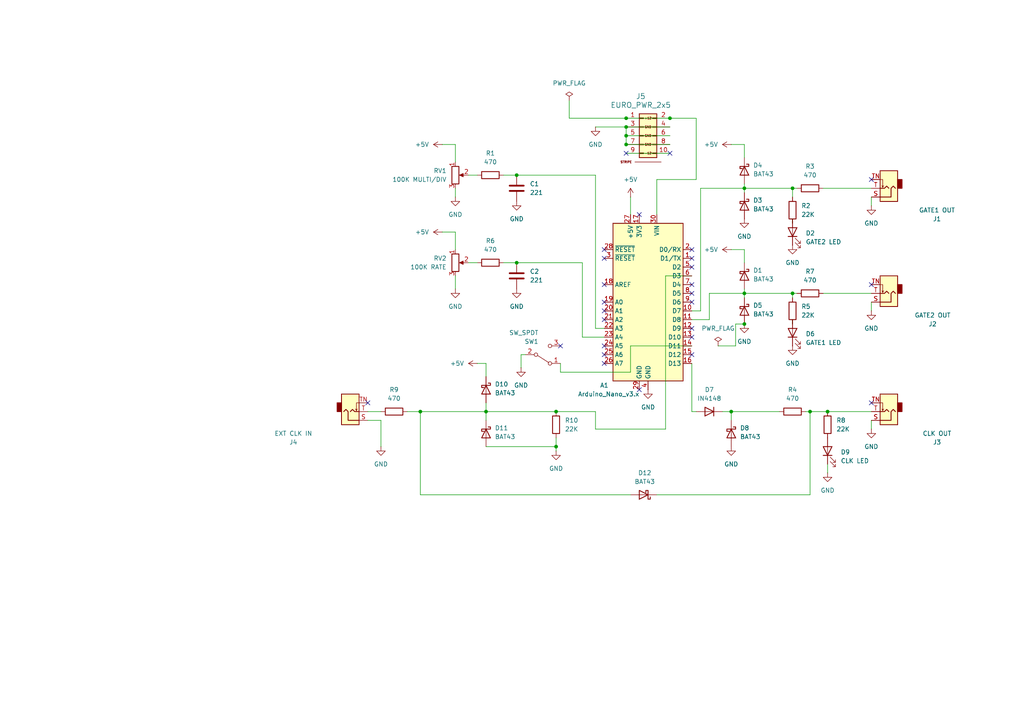
<source format=kicad_sch>
(kicad_sch (version 20231120) (generator "eeschema") (generator_version "8.0")
  (paper "A4")
  (title_block (title "Time Management"))
  (lib_symbols
    (symbol "Connector_Audio:AudioJack2_SwitchT"
      (property "Reference" "J" (at 0 8.89 0))
      (property "Value" "AudioJack2_SwitchT" (at 0 6.35 0))
      (symbol "AudioJack2_SwitchT_0_1"
        (rectangle (start -2.54 0) (end -3.81 -2.54) (stroke (width 0.254)) (fill (type outline)))
        (polyline (pts (xy 1.778 -0.254) (xy 2.032 -0.762)))
        (polyline (pts (xy 0 0) (xy 0.635 -0.635) (xy 1.27 0) (xy 2.54 0)) (stroke (width 0.254)))
        (polyline (pts (xy 2.54 -2.54) (xy 1.778 -2.54) (xy 1.778 -0.254) (xy 1.524 -0.762)))
        (polyline (pts (xy 2.54 2.54) (xy -0.635 2.54) (xy -0.635 0) (xy -1.27 -0.635) (xy -1.905 0)) (stroke (width 0.254)))
        (rectangle (start 2.54 3.81) (end -2.54 -5.08) (stroke (width 0.254)) (fill (type background)))
      )
      (symbol "AudioJack2_SwitchT_1_1"
        (pin passive line (at 5.08 2.54 180) (length 2.54) (name "~") (number "S"))
        (pin passive line (at 5.08 0 180) (length 2.54) (name "~") (number "T"))
        (pin passive line (at 5.08 -2.54 180) (length 2.54) (name "~") (number "TN"))
      )
    )
    (symbol "Device:C" (pin_numbers hide) (pin_names (offset 0.254))
      (property "Reference" "C" (at 0.635 2.54 0))
      (property "Value" "C" (at 0.635 -2.54 0))
      (symbol "C_0_1"
        (polyline (pts (xy -2.032 -0.762) (xy 2.032 -0.762)) (stroke (width 0.508)))
        (polyline (pts (xy -2.032 0.762) (xy 2.032 0.762)) (stroke (width 0.508)))
      )
      (symbol "C_1_1"
        (pin passive line (at 0 3.81 270) (length 2.794) (name "~") (number "1"))
        (pin passive line (at 0 -3.81 90) (length 2.794) (name "~") (number "2"))
      )
    )
    (symbol "Device:D" (pin_numbers hide) (pin_names (offset 1.016) hide)
      (property "Reference" "D" (at 0 2.54 0))
      (property "Value" "D" (at 0 -2.54 0))
      (symbol "D_0_1"
        (polyline (pts (xy -1.27 1.27) (xy -1.27 -1.27)) (stroke (width 0.254)))
        (polyline (pts (xy 1.27 0) (xy -1.27 0)))
        (polyline (pts (xy 1.27 1.27) (xy 1.27 -1.27) (xy -1.27 0) (xy 1.27 1.27)) (stroke (width 0.254)))
      )
      (symbol "D_1_1"
        (pin passive line (at -3.81 0 0) (length 2.54) (name "K") (number "1"))
        (pin passive line (at 3.81 0 180) (length 2.54) (name "A") (number "2"))
      )
    )
    (symbol "Device:LED" (pin_numbers hide) (pin_names (offset 1.016) hide)
      (property "Reference" "D" (at 0 2.54 0))
      (property "Value" "LED" (at 0 -2.54 0))
      (symbol "LED_0_1"
        (polyline (pts (xy -1.27 -1.27) (xy -1.27 1.27)) (stroke (width 0.254)))
        (polyline (pts (xy -1.27 0) (xy 1.27 0)))
        (polyline (pts (xy 1.27 -1.27) (xy 1.27 1.27) (xy -1.27 0) (xy 1.27 -1.27)) (stroke (width 0.254)))
        (polyline (pts (xy -3.048 -0.762) (xy -4.572 -2.286) (xy -3.81 -2.286) (xy -4.572 -2.286) (xy -4.572 -1.524)))
        (polyline (pts (xy -1.778 -0.762) (xy -3.302 -2.286) (xy -2.54 -2.286) (xy -3.302 -2.286) (xy -3.302 -1.524)))
      )
      (symbol "LED_1_1"
        (pin passive line (at -3.81 0 0) (length 2.54) (name "K") (number "1"))
        (pin passive line (at 3.81 0 180) (length 2.54) (name "A") (number "2"))
      )
    )
    (symbol "Device:R" (pin_numbers hide) (pin_names (offset 0))
      (property "Reference" "R" (at 2.032 0 90))
      (property "Value" "R" (at 0 0 90))
      (symbol "R_0_1"
        (rectangle (start -1.016 -2.54) (end 1.016 2.54) (stroke (width 0.254)))
      )
      (symbol "R_1_1"
        (pin passive line (at 0 3.81 270) (length 1.27) (name "~") (number "1"))
        (pin passive line (at 0 -3.81 90) (length 1.27) (name "~") (number "2"))
      )
    )
    (symbol "Device:R_Potentiometer" (pin_names (offset 1.016) hide)
      (property "Reference" "RV" (at -4.445 0 90))
      (property "Value" "R_Potentiometer" (at -2.54 0 90))
      (symbol "R_Potentiometer_0_1"
        (polyline (pts (xy 2.54 0) (xy 1.524 0)))
        (polyline (pts (xy 1.143 0) (xy 2.286 0.508) (xy 2.286 -0.508) (xy 1.143 0)) (fill (type outline)))
        (rectangle (start 1.016 2.54) (end -1.016 -2.54) (stroke (width 0.254)))
      )
      (symbol "R_Potentiometer_1_1"
        (pin passive line (at 0 3.81 270) (length 1.27) (name "1") (number "1"))
        (pin passive line (at 3.81 0 180) (length 1.27) (name "2") (number "2"))
        (pin passive line (at 0 -3.81 90) (length 1.27) (name "3") (number "3"))
      )
    )
    (symbol "Diode:BAT43" (pin_numbers hide) (pin_names (offset 1.016) hide)
      (property "Reference" "D" (at 0 2.54 0))
      (property "Value" "BAT43" (at 0 -2.54 0))
      (symbol "BAT43_0_1"
        (polyline (pts (xy 1.27 0) (xy -1.27 0)))
        (polyline (pts (xy 1.27 1.27) (xy 1.27 -1.27) (xy -1.27 0) (xy 1.27 1.27)) (stroke (width 0.254)))
        (polyline (pts (xy -1.905 0.635) (xy -1.905 1.27) (xy -1.27 1.27) (xy -1.27 -1.27) (xy -0.635 -1.27) (xy -0.635 -0.635)) (stroke (width 0.254)))
      )
      (symbol "BAT43_1_1"
        (pin passive line (at -3.81 0 0) (length 2.54) (name "K") (number "1"))
        (pin passive line (at 3.81 0 180) (length 2.54) (name "A") (number "2"))
      )
    )
    (symbol "GND_1" (power) (pin_numbers hide) (pin_names (offset 0) hide)
      (property "Value" "GND" (at 0 -3.81 0))
      (symbol "GND_1_0_1"
        (polyline (pts (xy 0 0) (xy 0 -1.27) (xy 1.27 -1.27) (xy 0 -2.54) (xy -1.27 -1.27) (xy 0 -1.27)))
      )
      (symbol "GND_1_1_1"
        (pin power_in line (at 0 0 270) (length 0) (name "~") (number "1"))
      )
    )
    (symbol "GND_2" (power) (pin_numbers hide) (pin_names (offset 0) hide)
      (property "Value" "GND" (at 0 -3.81 0))
      (symbol "GND_2_0_1"
        (polyline (pts (xy 0 0) (xy 0 -1.27) (xy 1.27 -1.27) (xy 0 -2.54) (xy -1.27 -1.27) (xy 0 -1.27)))
      )
      (symbol "GND_2_1_1"
        (pin power_in line (at 0 0 270) (length 0) (name "~") (number "1"))
      )
    )
    (symbol "MCU_Module:Arduino_Nano_v3.x"
      (property "Reference" "A" (at -10.16 23.495 0))
      (property "Value" "Arduino_Nano_v3.x" (at 5.08 -24.13 0))
      (symbol "Arduino_Nano_v3.x_0_1"
        (rectangle (start -10.16 22.86) (end 10.16 -22.86) (stroke (width 0.254)) (fill (type background)))
      )
      (symbol "Arduino_Nano_v3.x_1_1"
        (pin bidirectional line (at -12.7 12.7 0) (length 2.54) (name "D1/TX") (number "1"))
        (pin bidirectional line (at -12.7 -2.54 0) (length 2.54) (name "D7") (number "10"))
        (pin bidirectional line (at -12.7 -5.08 0) (length 2.54) (name "D8") (number "11"))
        (pin bidirectional line (at -12.7 -7.62 0) (length 2.54) (name "D9") (number "12"))
        (pin bidirectional line (at -12.7 -10.16 0) (length 2.54) (name "D10") (number "13"))
        (pin bidirectional line (at -12.7 -12.7 0) (length 2.54) (name "D11") (number "14"))
        (pin bidirectional line (at -12.7 -15.24 0) (length 2.54) (name "D12") (number "15"))
        (pin bidirectional line (at -12.7 -17.78 0) (length 2.54) (name "D13") (number "16"))
        (pin power_out line (at 2.54 25.4 270) (length 2.54) (name "3V3") (number "17"))
        (pin input line (at 12.7 5.08 180) (length 2.54) (name "AREF") (number "18"))
        (pin bidirectional line (at 12.7 0 180) (length 2.54) (name "A0") (number "19"))
        (pin bidirectional line (at -12.7 15.24 0) (length 2.54) (name "D0/RX") (number "2"))
        (pin bidirectional line (at 12.7 -2.54 180) (length 2.54) (name "A1") (number "20"))
        (pin bidirectional line (at 12.7 -5.08 180) (length 2.54) (name "A2") (number "21"))
        (pin bidirectional line (at 12.7 -7.62 180) (length 2.54) (name "A3") (number "22"))
        (pin bidirectional line (at 12.7 -10.16 180) (length 2.54) (name "A4") (number "23"))
        (pin bidirectional line (at 12.7 -12.7 180) (length 2.54) (name "A5") (number "24"))
        (pin bidirectional line (at 12.7 -15.24 180) (length 2.54) (name "A6") (number "25"))
        (pin bidirectional line (at 12.7 -17.78 180) (length 2.54) (name "A7") (number "26"))
        (pin power_out line (at 5.08 25.4 270) (length 2.54) (name "+5V") (number "27"))
        (pin input line (at 12.7 15.24 180) (length 2.54) (name "~{RESET}") (number "28"))
        (pin power_in line (at 2.54 -25.4 90) (length 2.54) (name "GND") (number "29"))
        (pin input line (at 12.7 12.7 180) (length 2.54) (name "~{RESET}") (number "3"))
        (pin power_in line (at -2.54 25.4 270) (length 2.54) (name "VIN") (number "30"))
        (pin power_in line (at 0 -25.4 90) (length 2.54) (name "GND") (number "4"))
        (pin bidirectional line (at -12.7 10.16 0) (length 2.54) (name "D2") (number "5"))
        (pin bidirectional line (at -12.7 7.62 0) (length 2.54) (name "D3") (number "6"))
        (pin bidirectional line (at -12.7 5.08 0) (length 2.54) (name "D4") (number "7"))
        (pin bidirectional line (at -12.7 2.54 0) (length 2.54) (name "D5") (number "8"))
        (pin bidirectional line (at -12.7 0 0) (length 2.54) (name "D6") (number "9"))
      )
    )
    (symbol "PCM_4ms_Connector:Eurorack_Power_10pin_Unshrouded" (pin_names (offset 0.0254) hide)
      (property "Reference" "J" (at 0 3.81 0))
      (property "Value" "Eurorack_Power_10pin_Unshrouded" (at 0 6.35 0))
      (symbol "Eurorack_Power_10pin_Unshrouded_0_0"
        (text "+12" (at 0 1.27 0) (effects (font (size 0.635 0.635))))
        (text "-12" (at 0 -8.89 0) (effects (font (size 0.635 0.635))))
        (text "GND" (at 0 -6.35 0) (effects (font (size 0.635 0.635))))
        (text "GND" (at 0 -3.81 0) (effects (font (size 0.635 0.635))))
        (text "GND" (at 0 -1.27 0) (effects (font (size 0.635 0.635))))
        (text "STRIPE" (at -6.35 -11.43 0) (effects (font (size 0.635 0.635))))
      )
      (symbol "Eurorack_Power_10pin_Unshrouded_0_1"
        (rectangle (start -2.54 -10.16) (end 2.54 2.54) (stroke (width 0.254)) (fill (type background)))
        (rectangle (start -2.54 -8.763) (end -1.27 -9.017))
        (rectangle (start -2.54 -6.223) (end -1.27 -6.477))
        (rectangle (start -2.54 -3.683) (end -1.27 -3.937))
        (rectangle (start -2.54 -1.143) (end -1.27 -1.397))
        (rectangle (start -2.54 1.397) (end -1.27 1.143))
        (polyline (pts (xy -3.81 -11.43) (xy 3.81 -11.43) (xy 1.27 -11.43)))
        (rectangle (start 1.27 -8.763) (end 2.54 -9.017))
        (rectangle (start 1.27 -6.223) (end 2.54 -6.477))
        (rectangle (start 1.27 -3.683) (end 2.54 -3.937))
        (rectangle (start 1.27 -1.143) (end 2.54 -1.397))
        (rectangle (start 1.27 1.397) (end 2.54 1.143))
      )
      (symbol "Eurorack_Power_10pin_Unshrouded_1_1"
        (pin passive line (at -6.35 1.27 0) (length 3.81) (name "+12V") (number "1"))
        (pin passive line (at 6.35 -8.89 180) (length 3.81) (name "-12V") (number "10"))
        (pin passive line (at 6.35 1.27 180) (length 3.81) (name "+12V") (number "2"))
        (pin passive line (at -6.35 -1.27 0) (length 3.81) (name "GND") (number "3"))
        (pin passive line (at 6.35 -1.27 180) (length 3.81) (name "GND") (number "4"))
        (pin passive line (at -6.35 -3.81 0) (length 3.81) (name "GND") (number "5"))
        (pin passive line (at 6.35 -3.81 180) (length 3.81) (name "GND") (number "6"))
        (pin passive line (at -6.35 -6.35 0) (length 3.81) (name "GND") (number "7"))
        (pin passive line (at 6.35 -6.35 180) (length 3.81) (name "GND") (number "8"))
        (pin passive line (at -6.35 -8.89 0) (length 3.81) (name "-12V") (number "9"))
      )
    )
    (symbol "Switch:SW_SPDT" (pin_names (offset 0) hide)
      (property "Reference" "SW1" (at -1.27 -3.81 0))
      (property "Value" "SW_SPDT (Internal Pullup)" (at -1.27 -6.35 0))
      (symbol "SW_SPDT_0_0"
        (circle (center -2.032 0) (radius 0.508))
        (circle (center 2.032 -2.54) (radius 0.508))
      )
      (symbol "SW_SPDT_0_1"
        (polyline (pts (xy -1.524 0.254) (xy 1.651 2.286)))
        (circle (center 2.032 2.54) (radius 0.508))
      )
      (symbol "SW_SPDT_1_1"
        (pin passive line (at 5.08 2.54 180) (length 2.54) (name "A") (number "1"))
        (pin passive line (at -5.08 0 0) (length 2.54) (name "B") (number "2"))
        (pin passive line (at 5.08 -2.54 180) (length 2.54) (name "C") (number "3"))
      )
    )
    (symbol "power:+5V" (power) (pin_numbers hide) (pin_names (offset 0) hide)
      (property "Value" "+5V" (at 0 3.556 0))
      (symbol "+5V_0_1"
        (polyline (pts (xy -0.762 1.27) (xy 0 2.54)))
        (polyline (pts (xy 0 0) (xy 0 2.54)))
        (polyline (pts (xy 0 2.54) (xy 0.762 1.27)))
      )
      (symbol "+5V_1_1"
        (pin power_in line (at 0 0 90) (length 0) (name "~") (number "1"))
      )
    )
    (symbol "power:PWR_FLAG" (power) (pin_numbers hide) (pin_names (offset 0) hide)
      (property "Value" "PWR_FLAG" (at 0 3.81 0))
      (symbol "PWR_FLAG_0_0"
        (pin power_out line (at 0 0 90) (length 0) (name "~") (number "1"))
      )
      (symbol "PWR_FLAG_0_1"
        (polyline (pts (xy 0 0) (xy 0 1.27) (xy -1.016 1.905) (xy 0 2.54) (xy 1.016 1.905) (xy 0 1.27)))
      )
    )
  )
  (junction (at 229.87 54.61))
  (junction (at 161.29 119.38))
  (junction (at 215.9 85.09))
  (junction (at 181.61 39.37))
  (junction (at 181.61 34.29))
  (junction (at 229.87 85.09))
  (junction (at 181.61 36.83))
  (junction (at 215.9 54.61))
  (junction (at 234.95 119.38))
  (junction (at 121.92 119.38))
  (junction (at 181.61 41.91))
  (junction (at 149.86 76.2))
  (junction (at 215.9 93.98))
  (junction (at 161.29 129.54))
  (junction (at 140.97 119.38))
  (junction (at 194.31 34.29))
  (junction (at 212.09 119.38))
  (junction (at 240.03 119.38))
  (junction (at 149.86 50.8))
  (no_connect (at 185.42 62.23))
  (no_connect (at 162.56 100.33))
  (no_connect (at 252.73 82.55))
  (no_connect (at 175.26 100.33))
  (no_connect (at 175.26 90.17))
  (no_connect (at 200.66 85.09))
  (no_connect (at 252.73 116.84))
  (no_connect (at 175.26 92.71))
  (no_connect (at 175.26 74.93))
  (no_connect (at 200.66 87.63))
  (no_connect (at 175.26 72.39))
  (no_connect (at 200.66 97.79))
  (no_connect (at 200.66 77.47))
  (no_connect (at 175.26 102.87))
  (no_connect (at 106.68 116.84))
  (no_connect (at 200.66 102.87))
  (no_connect (at 175.26 87.63))
  (no_connect (at 200.66 74.93))
  (no_connect (at 175.26 105.41))
  (no_connect (at 194.31 44.45))
  (no_connect (at 252.73 52.07))
  (no_connect (at 175.26 82.55))
  (no_connect (at 181.61 44.45))
  (no_connect (at 185.42 113.03))
  (no_connect (at 200.66 82.55))
  (no_connect (at 200.66 72.39))
  (no_connect (at 200.66 95.25))
  (wire (pts (xy 146.05 50.8) (xy 149.86 50.8)))
  (wire (pts (xy 121.92 143.51) (xy 182.88 143.51)))
  (wire (pts (xy 252.73 121.92) (xy 252.73 124.46)))
  (wire (pts (xy 149.86 76.2) (xy 168.91 76.2)))
  (wire (pts (xy 118.11 119.38) (xy 121.92 119.38)))
  (wire (pts (xy 229.87 54.61) (xy 229.87 57.15)))
  (wire (pts (xy 182.88 57.15) (xy 182.88 62.23)))
  (wire (pts (xy 213.36 93.98) (xy 215.9 93.98)))
  (wire (pts (xy 165.1 29.21) (xy 165.1 34.29)))
  (wire (pts (xy 240.03 119.38) (xy 252.73 119.38)))
  (wire (pts (xy 135.89 50.8) (xy 138.43 50.8)))
  (wire (pts (xy 140.97 105.41) (xy 140.97 109.22)))
  (wire (pts (xy 215.9 85.09) (xy 229.87 85.09)))
  (wire (pts (xy 193.04 80.01) (xy 200.66 80.01)))
  (wire (pts (xy 205.74 85.09) (xy 205.74 92.71)))
  (wire (pts (xy 212.09 119.38) (xy 212.09 121.92)))
  (wire (pts (xy 252.73 87.63) (xy 252.73 90.17)))
  (wire (pts (xy 172.72 95.25) (xy 175.26 95.25)))
  (wire (pts (xy 162.56 107.95) (xy 182.88 107.95)))
  (wire (pts (xy 181.61 41.91) (xy 194.31 41.91)))
  (wire (pts (xy 194.31 34.29) (xy 201.93 34.29)))
  (wire (pts (xy 215.9 72.39) (xy 215.9 76.2)))
  (wire (pts (xy 229.87 85.09) (xy 229.87 86.36)))
  (wire (pts (xy 146.05 76.2) (xy 149.86 76.2)))
  (wire (pts (xy 215.9 85.09) (xy 205.74 85.09)))
  (wire (pts (xy 161.29 119.38) (xy 172.72 119.38)))
  (wire (pts (xy 229.87 85.09) (xy 231.14 85.09)))
  (wire (pts (xy 201.93 34.29) (xy 201.93 52.07)))
  (wire (pts (xy 212.09 41.91) (xy 215.9 41.91)))
  (wire (pts (xy 106.68 121.92) (xy 110.49 121.92)))
  (wire (pts (xy 140.97 119.38) (xy 161.29 119.38)))
  (wire (pts (xy 132.08 57.15) (xy 132.08 54.61)))
  (wire (pts (xy 151.13 106.68) (xy 151.13 102.87)))
  (wire (pts (xy 215.9 54.61) (xy 229.87 54.61)))
  (wire (pts (xy 182.88 107.95) (xy 182.88 100.33)))
  (wire (pts (xy 229.87 93.98) (xy 229.87 92.71)))
  (wire (pts (xy 172.72 119.38) (xy 172.72 124.46)))
  (wire (pts (xy 161.29 130.81) (xy 161.29 129.54)))
  (wire (pts (xy 172.72 36.83) (xy 181.61 36.83)))
  (wire (pts (xy 234.95 143.51) (xy 234.95 119.38)))
  (wire (pts (xy 132.08 80.01) (xy 132.08 83.82)))
  (wire (pts (xy 181.61 36.83) (xy 194.31 36.83)))
  (wire (pts (xy 215.9 83.82) (xy 215.9 85.09)))
  (wire (pts (xy 132.08 41.91) (xy 132.08 46.99)))
  (wire (pts (xy 203.2 54.61) (xy 203.2 90.17)))
  (wire (pts (xy 121.92 119.38) (xy 140.97 119.38)))
  (wire (pts (xy 165.1 34.29) (xy 181.61 34.29)))
  (wire (pts (xy 135.89 76.2) (xy 138.43 76.2)))
  (wire (pts (xy 201.93 52.07) (xy 190.5 52.07)))
  (wire (pts (xy 110.49 121.92) (xy 110.49 129.54)))
  (wire (pts (xy 161.29 129.54) (xy 161.29 127)))
  (wire (pts (xy 208.28 100.33) (xy 213.36 100.33)))
  (wire (pts (xy 140.97 116.84) (xy 140.97 119.38)))
  (wire (pts (xy 215.9 55.88) (xy 215.9 54.61)))
  (wire (pts (xy 140.97 129.54) (xy 161.29 129.54)))
  (wire (pts (xy 140.97 119.38) (xy 140.97 121.92)))
  (wire (pts (xy 238.76 54.61) (xy 252.73 54.61)))
  (wire (pts (xy 138.43 105.41) (xy 140.97 105.41)))
  (wire (pts (xy 181.61 39.37) (xy 194.31 39.37)))
  (wire (pts (xy 181.61 44.45) (xy 194.31 44.45)))
  (wire (pts (xy 238.76 85.09) (xy 252.73 85.09)))
  (wire (pts (xy 128.27 41.91) (xy 132.08 41.91)))
  (wire (pts (xy 132.08 67.31) (xy 132.08 72.39)))
  (wire (pts (xy 212.09 119.38) (xy 226.06 119.38)))
  (wire (pts (xy 233.68 119.38) (xy 234.95 119.38)))
  (wire (pts (xy 200.66 119.38) (xy 201.93 119.38)))
  (wire (pts (xy 200.66 90.17) (xy 203.2 90.17)))
  (wire (pts (xy 181.61 39.37) (xy 181.61 41.91)))
  (wire (pts (xy 172.72 124.46) (xy 193.04 124.46)))
  (wire (pts (xy 190.5 52.07) (xy 190.5 62.23)))
  (wire (pts (xy 172.72 50.8) (xy 172.72 95.25)))
  (wire (pts (xy 212.09 72.39) (xy 215.9 72.39)))
  (wire (pts (xy 200.66 105.41) (xy 200.66 119.38)))
  (wire (pts (xy 168.91 76.2) (xy 168.91 97.79)))
  (wire (pts (xy 215.9 86.36) (xy 215.9 85.09)))
  (wire (pts (xy 182.88 100.33) (xy 200.66 100.33)))
  (wire (pts (xy 234.95 119.38) (xy 240.03 119.38)))
  (wire (pts (xy 200.66 92.71) (xy 205.74 92.71)))
  (wire (pts (xy 149.86 50.8) (xy 172.72 50.8)))
  (wire (pts (xy 229.87 54.61) (xy 231.14 54.61)))
  (wire (pts (xy 151.13 102.87) (xy 152.4 102.87)))
  (wire (pts (xy 215.9 41.91) (xy 215.9 45.72)))
  (wire (pts (xy 193.04 124.46) (xy 193.04 80.01)))
  (wire (pts (xy 121.92 119.38) (xy 121.92 143.51)))
  (wire (pts (xy 128.27 67.31) (xy 132.08 67.31)))
  (wire (pts (xy 213.36 100.33) (xy 213.36 93.98)))
  (wire (pts (xy 240.03 137.16) (xy 240.03 134.62)))
  (wire (pts (xy 215.9 53.34) (xy 215.9 54.61)))
  (wire (pts (xy 215.9 54.61) (xy 203.2 54.61)))
  (wire (pts (xy 106.68 119.38) (xy 110.49 119.38)))
  (wire (pts (xy 181.61 36.83) (xy 181.61 39.37)))
  (wire (pts (xy 168.91 97.79) (xy 175.26 97.79)))
  (wire (pts (xy 162.56 105.41) (xy 162.56 107.95)))
  (wire (pts (xy 229.87 64.77) (xy 229.87 63.5)))
  (wire (pts (xy 252.73 57.15) (xy 252.73 59.69)))
  (wire (pts (xy 181.61 34.29) (xy 194.31 34.29)))
  (wire (pts (xy 190.5 143.51) (xy 234.95 143.51)))
  (wire (pts (xy 209.55 119.38) (xy 212.09 119.38)))
  (symbol (lib_id "MCU_Module:Arduino_Nano_v3.x") (at 187.96 87.63 0) (mirror y) (unit 1)
    (property "Reference" "A1" (at 176.53 111.76 0) (effects (justify left)))
    (property "Value" "Arduino_Nano_v3.x" (at 176.53 114.3 0))
    (property "Footprint" "Module:Arduino_Nano" (effects (hide yes)))
    (property "Datasheet" "http://www.mouser.com/pdfdocs/Gravitech_Arduino_Nano3_0.pdf" (effects (hide yes)))
  )
  (symbol (lib_name "GND_1") (lib_id "power:GND") (at 187.96 113.03 0) (unit 1)
    (property "Reference" "#PWR07" (effects (hide yes)))
    (property "Value" "GND" (at 187.96 118.11 0))
    (property "Description" "Power symbol creates a global label with name \"GND\" , ground" (effects (hide yes)))
  )
  (symbol (lib_name "GND_2") (lib_id "power:GND") (at 215.9 93.98 0) (unit 1)
    (property "Reference" "#PWR03" (effects (hide yes)))
    (property "Value" "GND" (at 215.9 99.06 0))
    (property "Description" "Power symbol creates a global label with name \"GND\" , ground" (effects (hide yes)))
  )
  (symbol (lib_id "Connector_Audio:AudioJack2_SwitchT") (at 257.81 119.38 180) (unit 1)
    (property "Reference" "J3" (at 271.78 128.27 0))
    (property "Value" "CLK OUT" (at 271.78 125.73 0))
    (property "Footprint" "Library:EighthInch_PJ398SM_T_TN_S" (effects (hide yes)))
  )
  (symbol (lib_name "GND_1") (lib_id "power:GND") (at 229.87 100.33 0) (unit 1)
    (property "Reference" "#PWR016" (effects (hide yes)))
    (property "Value" "GND" (at 229.87 105.41 0))
    (property "Description" "Power symbol creates a global label with name \"GND\" , ground" (effects (hide yes)))
  )
  (symbol (lib_name "GND_2") (lib_id "power:GND") (at 172.72 36.83 0) (unit 1)
    (property "Reference" "#PWR01" (effects (hide yes)))
    (property "Value" "GND" (at 172.72 41.91 0))
    (property "Description" "Power symbol creates a global label with name \"GND\" , ground" (effects (hide yes)))
  )
  (symbol (lib_id "Diode:BAT43") (at 215.9 49.53 270) (unit 1)
    (property "Reference" "D4" (at 218.44 47.9425 90) (effects (justify left)))
    (property "Value" "BAT43" (at 218.44 50.4825 90) (effects (justify left)))
    (property "Footprint" "Diode_THT:D_DO-35_SOD27_P7.62mm_Horizontal" (effects (hide yes)))
    (property "Datasheet" "http://www.vishay.com/docs/85660/bat42.pdf" (effects (hide yes)))
  )
  (symbol (lib_id "Diode:BAT43") (at 215.9 80.01 270) (unit 1)
    (property "Reference" "D1" (at 218.44 78.4225 90) (effects (justify left)))
    (property "Value" "BAT43" (at 218.44 80.9625 90) (effects (justify left)))
    (property "Footprint" "Diode_THT:D_DO-35_SOD27_P7.62mm_Horizontal" (effects (hide yes)))
    (property "Datasheet" "http://www.vishay.com/docs/85660/bat42.pdf" (effects (hide yes)))
  )
  (symbol (lib_name "GND_2") (lib_id "power:GND") (at 215.9 63.5 0) (unit 1)
    (property "Reference" "#PWR02" (effects (hide yes)))
    (property "Value" "GND" (at 215.9 68.58 0))
    (property "Description" "Power symbol creates a global label with name \"GND\" , ground" (effects (hide yes)))
  )
  (symbol (lib_id "Diode:BAT43") (at 215.9 90.17 270) (unit 1)
    (property "Reference" "D5" (at 218.44 88.5825 90) (effects (justify left)))
    (property "Value" "BAT43" (at 218.44 91.1225 90) (effects (justify left)))
    (property "Footprint" "Diode_THT:D_DO-35_SOD27_P7.62mm_Horizontal" (effects (hide yes)))
    (property "Datasheet" "http://www.vishay.com/docs/85660/bat42.pdf" (effects (hide yes)))
  )
  (symbol (lib_name "GND_1") (lib_id "power:GND") (at 151.13 106.68 0) (unit 1)
    (property "Reference" "#PWR09" (effects (hide yes)))
    (property "Value" "GND" (at 151.13 111.76 0))
    (property "Description" "Power symbol creates a global label with name \"GND\" , ground" (effects (hide yes)))
  )
  (symbol (lib_id "Device:R") (at 229.87 119.38 90) (unit 1)
    (property "Reference" "R4" (at 229.87 113.03 90))
    (property "Value" "470" (at 229.87 115.57 90))
    (property "Footprint" "Resistor_THT:R_Axial_DIN0207_L6.3mm_D2.5mm_P7.62mm_Horizontal" (effects (hide yes)))
  )
  (symbol (lib_id "power:+5V") (at 212.09 41.91 90) (unit 1)
    (property "Reference" "#PWR020" (effects (hide yes)))
    (property "Value" "+5V" (at 208.28 41.9099 90) (effects (justify left)))
    (property "Description" "Power symbol creates a global label with name \"+5V\"" (effects (hide yes)))
  )
  (symbol (lib_id "Device:R_Potentiometer") (at 132.08 50.8 0) (unit 1)
    (property "Reference" "RV1" (at 129.54 49.53 0) (effects (justify right)))
    (property "Value" "100K MULTI/DIV" (at 129.54 52.07 0) (effects (justify right)))
    (property "Footprint" "Library:Pot_9mm_DShaft_RemovedPins4_5" (effects (hide yes)))
  )
  (symbol (lib_name "GND_1") (lib_id "power:GND") (at 252.73 59.69 0) (unit 1)
    (property "Reference" "#PWR018" (effects (hide yes)))
    (property "Value" "GND" (at 252.73 64.77 0))
    (property "Description" "Power symbol creates a global label with name \"GND\" , ground" (effects (hide yes)))
  )
  (symbol (lib_id "Connector_Audio:AudioJack2_SwitchT") (at 101.6 119.38 0) (mirror x) (unit 1)
    (property "Reference" "J4" (at 85.09 128.27 0))
    (property "Value" "EXT CLK IN" (at 85.09 125.73 0))
    (property "Footprint" "Library:EighthInch_PJ398SM_T_TN_S" (effects (hide yes)))
  )
  (symbol (lib_id "Device:R_Potentiometer") (at 132.08 76.2 0) (unit 1)
    (property "Reference" "RV2" (at 129.54 74.93 0) (effects (justify right)))
    (property "Value" "100K RATE" (at 129.54 77.47 0) (effects (justify right)))
    (property "Footprint" "Library:Pot_9mm_DShaft_RemovedPins4_5" (effects (hide yes)))
  )
  (symbol (lib_id "Diode:BAT43") (at 140.97 125.73 270) (unit 1)
    (property "Reference" "D11" (at 143.51 124.1425 90) (effects (justify left)))
    (property "Value" "BAT43" (at 143.51 126.6825 90) (effects (justify left)))
    (property "Footprint" "Diode_THT:D_DO-35_SOD27_P7.62mm_Horizontal" (effects (hide yes)))
    (property "Datasheet" "http://www.vishay.com/docs/85660/bat42.pdf" (effects (hide yes)))
  )
  (symbol (lib_id "PCM_4ms_Connector:Eurorack_Power_10pin_Unshrouded") (at 187.96 35.56 0) (unit 1)
    (property "Reference" "J5" (at 185.8533 27.94 0) (effects (font (size 1.524 1.524))))
    (property "Value" "EURO_PWR_2x5" (at 185.8533 30.48 0) (effects (font (size 1.524 1.524))))
    (property "Footprint" "Library:IDC-Header_2x05_P2.54mm_Vertical_Euro_Power_Striped" (effects (hide yes)))
    (property "Description" "HEADER 2x5 MALE PINS 0.100” 180deg" (effects (hide yes)))
    (property "Specifications" "HEADER 2x5 MALE PINS 0.100” 180deg" (effects (hide yes)))
    (property "Manufacturer" "TAD" (effects (hide yes)))
    (property "Part Number" "1-1002FBV0T" (effects (hide yes)))
  )
  (symbol (lib_id "power:+5V") (at 128.27 41.91 90) (unit 1)
    (property "Reference" "#PWR021" (effects (hide yes)))
    (property "Value" "+5V" (at 124.46 41.9099 90) (effects (justify left)))
    (property "Description" "Power symbol creates a global label with name \"+5V\"" (effects (hide yes)))
  )
  (symbol (lib_id "Device:R") (at 240.03 123.19 180) (unit 1)
    (property "Reference" "R8" (at 242.57 121.92 0) (effects (justify right)))
    (property "Value" "22K" (at 242.57 124.46 0) (effects (justify right)))
    (property "Footprint" "Resistor_THT:R_Axial_DIN0207_L6.3mm_D2.5mm_P7.62mm_Horizontal" (effects (hide yes)))
  )
  (symbol (lib_id "Device:LED") (at 240.03 130.81 90) (unit 1)
    (property "Reference" "D9" (at 243.84 131.1274 90) (effects (justify right)))
    (property "Value" "CLK LED" (at 243.84 133.6674 90) (effects (justify right)))
    (property "Footprint" "LED_THT:LED_D5.0mm" (effects (hide yes)))
  )
  (symbol (lib_id "Diode:BAT43") (at 186.69 143.51 180) (unit 1)
    (property "Reference" "D12" (at 187.0075 137.16 0))
    (property "Value" "BAT43" (at 187.0075 139.7 0))
    (property "Footprint" "Diode_THT:D_DO-35_SOD27_P7.62mm_Horizontal" (effects (hide yes)))
    (property "Datasheet" "http://www.vishay.com/docs/85660/bat42.pdf" (effects (hide yes)))
  )
  (symbol (lib_name "GND_1") (lib_id "power:GND") (at 229.87 71.12 0) (unit 1)
    (property "Reference" "#PWR015" (effects (hide yes)))
    (property "Value" "GND" (at 229.87 76.2 0))
    (property "Description" "Power symbol creates a global label with name \"GND\" , ground" (effects (hide yes)))
  )
  (symbol (lib_id "Switch:SW_SPDT") (at 157.48 102.87 0) (mirror x) (unit 1)
    (property "Reference" "SW1" (at 156.21 99.06 0) (effects (justify right)))
    (property "Value" "SW_SPDT" (at 156.21 96.52 0) (effects (justify right)))
    (property "Footprint" "Button_Switch_THT:SW_Slide-03_Wuerth-WS-SLTV_10x2.5x6.4_P2.54mm" (effects (hide yes)))
  )
  (symbol (lib_name "GND_1") (lib_id "power:GND") (at 132.08 83.82 0) (unit 1)
    (property "Reference" "#PWR011" (effects (hide yes)))
    (property "Value" "GND" (at 132.08 88.9 0))
    (property "Description" "Power symbol creates a global label with name \"GND\" , ground" (effects (hide yes)))
  )
  (symbol (lib_name "GND_1") (lib_id "power:GND") (at 240.03 137.16 0) (unit 1)
    (property "Reference" "#PWR08" (effects (hide yes)))
    (property "Value" "GND" (at 240.03 142.24 0))
    (property "Description" "Power symbol creates a global label with name \"GND\" , ground" (effects (hide yes)))
  )
  (symbol (lib_id "power:PWR_FLAG") (at 165.1 29.21 0) (unit 1)
    (property "Reference" "#FLG02" (effects (hide yes)))
    (property "Value" "PWR_FLAG" (at 165.1 24.13 0))
    (property "Description" "Special symbol for telling ERC where power comes from" (effects (hide yes)))
  )
  (symbol (lib_name "GND_1") (lib_id "power:GND") (at 252.73 124.46 0) (unit 1)
    (property "Reference" "#PWR04" (effects (hide yes)))
    (property "Value" "GND" (at 252.73 129.54 0))
    (property "Description" "Power symbol creates a global label with name \"GND\" , ground" (effects (hide yes)))
  )
  (symbol (lib_id "Device:R") (at 114.3 119.38 90) (unit 1)
    (property "Reference" "R9" (at 114.3 113.03 90))
    (property "Value" "470" (at 114.3 115.57 90))
    (property "Footprint" "Resistor_THT:R_Axial_DIN0207_L6.3mm_D2.5mm_P7.62mm_Horizontal" (effects (hide yes)))
  )
  (symbol (lib_name "GND_1") (lib_id "power:GND") (at 110.49 129.54 0) (unit 1)
    (property "Reference" "#PWR010" (effects (hide yes)))
    (property "Value" "GND" (at 110.49 134.62 0))
    (property "Description" "Power symbol creates a global label with name \"GND\" , ground" (effects (hide yes)))
  )
  (symbol (lib_id "Connector_Audio:AudioJack2_SwitchT") (at 257.81 54.61 180) (unit 1)
    (property "Reference" "J1" (at 271.78 63.5 0))
    (property "Value" "GATE1 OUT" (at 271.78 60.96 0))
    (property "Footprint" "Library:EighthInch_PJ398SM_T_TN_S" (effects (hide yes)))
  )
  (symbol (lib_id "Device:D") (at 205.74 119.38 180) (unit 1)
    (property "Reference" "D7" (at 205.74 113.03 0))
    (property "Value" "IN4148" (at 205.74 115.57 0))
    (property "Footprint" "Diode_THT:D_DO-35_SOD27_P7.62mm_Horizontal" (effects (hide yes)))
    (property "Sim.Device" "D" (effects (hide yes)))
    (property "Sim.Pins" "1=K 2=A" (effects (hide yes)))
  )
  (symbol (lib_id "Device:R") (at 229.87 90.17 180) (unit 1)
    (property "Reference" "R5" (at 232.41 88.9 0) (effects (justify right)))
    (property "Value" "22K" (at 232.41 91.44 0) (effects (justify right)))
    (property "Footprint" "Resistor_THT:R_Axial_DIN0207_L6.3mm_D2.5mm_P7.62mm_Horizontal" (effects (hide yes)))
  )
  (symbol (lib_id "Device:R") (at 234.95 85.09 90) (unit 1)
    (property "Reference" "R7" (at 234.95 78.74 90))
    (property "Value" "470" (at 234.95 81.28 90))
    (property "Footprint" "Resistor_THT:R_Axial_DIN0207_L6.3mm_D2.5mm_P7.62mm_Horizontal" (effects (hide yes)))
  )
  (symbol (lib_name "GND_1") (lib_id "power:GND") (at 149.86 58.42 0) (unit 1)
    (property "Reference" "#PWR013" (effects (hide yes)))
    (property "Value" "GND" (at 149.86 63.5 0))
    (property "Description" "Power symbol creates a global label with name \"GND\" , ground" (effects (hide yes)))
  )
  (symbol (lib_id "Device:C") (at 149.86 80.01 0) (unit 1)
    (property "Reference" "C2" (at 153.67 78.7399 0) (effects (justify left)))
    (property "Value" "221" (at 153.67 81.2799 0) (effects (justify left)))
    (property "Footprint" "Capacitor_THT:C_Disc_D3.0mm_W1.6mm_P2.50mm" (effects (hide yes)))
  )
  (symbol (lib_id "Diode:BAT43") (at 215.9 59.69 270) (unit 1)
    (property "Reference" "D3" (at 218.44 58.1025 90) (effects (justify left)))
    (property "Value" "BAT43" (at 218.44 60.6425 90) (effects (justify left)))
    (property "Footprint" "Diode_THT:D_DO-35_SOD27_P7.62mm_Horizontal" (effects (hide yes)))
    (property "Datasheet" "http://www.vishay.com/docs/85660/bat42.pdf" (effects (hide yes)))
  )
  (symbol (lib_name "GND_2") (lib_id "power:GND") (at 212.09 129.54 0) (unit 1)
    (property "Reference" "#PWR06" (effects (hide yes)))
    (property "Value" "GND" (at 212.09 134.62 0))
    (property "Description" "Power symbol creates a global label with name \"GND\" , ground" (effects (hide yes)))
  )
  (symbol (lib_id "Device:R") (at 229.87 60.96 180) (unit 1)
    (property "Reference" "R2" (at 232.41 59.69 0) (effects (justify right)))
    (property "Value" "22K" (at 232.41 62.23 0) (effects (justify right)))
    (property "Footprint" "Resistor_THT:R_Axial_DIN0207_L6.3mm_D2.5mm_P7.62mm_Horizontal" (effects (hide yes)))
  )
  (symbol (lib_id "Connector_Audio:AudioJack2_SwitchT") (at 257.81 85.09 180) (unit 1)
    (property "Reference" "J2" (at 270.51 93.98 0))
    (property "Value" "GATE2 OUT" (at 270.51 91.44 0))
    (property "Footprint" "Library:EighthInch_PJ398SM_T_TN_S" (effects (hide yes)))
  )
  (symbol (lib_id "power:+5V") (at 138.43 105.41 90) (unit 1)
    (property "Reference" "#PWR023" (effects (hide yes)))
    (property "Value" "+5V" (at 134.62 105.4099 90) (effects (justify left)))
    (property "Description" "Power symbol creates a global label with name \"+5V\"" (effects (hide yes)))
  )
  (symbol (lib_id "power:+5V") (at 212.09 72.39 90) (unit 1)
    (property "Reference" "#PWR024" (effects (hide yes)))
    (property "Value" "+5V" (at 208.28 72.3899 90) (effects (justify left)))
    (property "Description" "Power symbol creates a global label with name \"+5V\"" (effects (hide yes)))
  )
  (symbol (lib_name "GND_1") (lib_id "power:GND") (at 149.86 83.82 0) (unit 1)
    (property "Reference" "#PWR014" (effects (hide yes)))
    (property "Value" "GND" (at 149.86 88.9 0))
    (property "Description" "Power symbol creates a global label with name \"GND\" , ground" (effects (hide yes)))
  )
  (symbol (lib_id "power:PWR_FLAG") (at 208.28 100.33 0) (unit 1)
    (property "Reference" "#FLG01" (effects (hide yes)))
    (property "Value" "PWR_FLAG" (at 208.28 95.25 0))
    (property "Description" "Special symbol for telling ERC where power comes from" (effects (hide yes)))
  )
  (symbol (lib_id "Device:R") (at 142.24 76.2 90) (unit 1)
    (property "Reference" "R6" (at 142.24 69.85 90))
    (property "Value" "470" (at 142.24 72.39 90))
    (property "Footprint" "Resistor_THT:R_Axial_DIN0207_L6.3mm_D2.5mm_P7.62mm_Horizontal" (effects (hide yes)))
  )
  (symbol (lib_id "power:+5V") (at 182.88 57.15 0) (unit 1)
    (property "Reference" "#PWR019" (effects (hide yes)))
    (property "Value" "+5V" (at 182.88 52.07 0))
    (property "Description" "Power symbol creates a global label with name \"+5V\"" (effects (hide yes)))
  )
  (symbol (lib_id "Device:R") (at 234.95 54.61 90) (unit 1)
    (property "Reference" "R3" (at 234.95 48.26 90))
    (property "Value" "470" (at 234.95 50.8 90))
    (property "Footprint" "Resistor_THT:R_Axial_DIN0207_L6.3mm_D2.5mm_P7.62mm_Horizontal" (effects (hide yes)))
  )
  (symbol (lib_name "GND_2") (lib_id "power:GND") (at 161.29 130.81 0) (unit 1)
    (property "Reference" "#PWR05" (effects (hide yes)))
    (property "Value" "GND" (at 161.29 135.89 0))
    (property "Description" "Power symbol creates a global label with name \"GND\" , ground" (effects (hide yes)))
  )
  (symbol (lib_name "GND_1") (lib_id "power:GND") (at 252.73 90.17 0) (unit 1)
    (property "Reference" "#PWR017" (effects (hide yes)))
    (property "Value" "GND" (at 252.73 95.25 0))
    (property "Description" "Power symbol creates a global label with name \"GND\" , ground" (effects (hide yes)))
  )
  (symbol (lib_name "GND_1") (lib_id "power:GND") (at 132.08 57.15 0) (unit 1)
    (property "Reference" "#PWR012" (effects (hide yes)))
    (property "Value" "GND" (at 132.08 62.23 0))
    (property "Description" "Power symbol creates a global label with name \"GND\" , ground" (effects (hide yes)))
  )
  (symbol (lib_id "Device:R") (at 161.29 123.19 0) (unit 1)
    (property "Reference" "R10" (at 163.83 121.92 0) (effects (justify left)))
    (property "Value" "22K" (at 163.83 124.46 0) (effects (justify left)))
    (property "Footprint" "Resistor_THT:R_Axial_DIN0207_L6.3mm_D2.5mm_P7.62mm_Horizontal" (effects (hide yes)))
  )
  (symbol (lib_id "Diode:BAT43") (at 140.97 113.03 270) (unit 1)
    (property "Reference" "D10" (at 143.51 111.4425 90) (effects (justify left)))
    (property "Value" "BAT43" (at 143.51 113.9825 90) (effects (justify left)))
    (property "Footprint" "Diode_THT:D_DO-35_SOD27_P7.62mm_Horizontal" (effects (hide yes)))
    (property "Datasheet" "http://www.vishay.com/docs/85660/bat42.pdf" (effects (hide yes)))
  )
  (symbol (lib_id "Device:C") (at 149.86 54.61 0) (unit 1)
    (property "Reference" "C1" (at 153.67 53.3399 0) (effects (justify left)))
    (property "Value" "221" (at 153.67 55.8799 0) (effects (justify left)))
    (property "Footprint" "Capacitor_THT:C_Disc_D3.0mm_W1.6mm_P2.50mm" (effects (hide yes)))
  )
  (symbol (lib_id "Diode:BAT43") (at 212.09 125.73 270) (unit 1)
    (property "Reference" "D8" (at 214.63 124.1425 90) (effects (justify left)))
    (property "Value" "BAT43" (at 214.63 126.6825 90) (effects (justify left)))
    (property "Footprint" "Diode_THT:D_DO-35_SOD27_P7.62mm_Horizontal" (effects (hide yes)))
    (property "Datasheet" "http://www.vishay.com/docs/85660/bat42.pdf" (effects (hide yes)))
  )
  (symbol (lib_id "Device:LED") (at 229.87 67.31 90) (unit 1)
    (property "Reference" "D2" (at 233.68 67.6274 90) (effects (justify right)))
    (property "Value" "GATE2 LED" (at 233.68 70.1674 90) (effects (justify right)))
    (property "Footprint" "LED_THT:LED_D5.0mm" (effects (hide yes)))
  )
  (symbol (lib_id "power:+5V") (at 128.27 67.31 90) (unit 1)
    (property "Reference" "#PWR022" (effects (hide yes)))
    (property "Value" "+5V" (at 124.46 67.3099 90) (effects (justify left)))
    (property "Description" "Power symbol creates a global label with name \"+5V\"" (effects (hide yes)))
  )
  (symbol (lib_id "Device:LED") (at 229.87 96.52 90) (unit 1)
    (property "Reference" "D6" (at 233.68 96.8374 90) (effects (justify right)))
    (property "Value" "GATE1 LED" (at 233.68 99.3774 90) (effects (justify right)))
    (property "Footprint" "LED_THT:LED_D5.0mm" (effects (hide yes)))
  )
  (symbol (lib_id "Device:R") (at 142.24 50.8 90) (unit 1)
    (property "Reference" "R1" (at 142.24 44.45 90))
    (property "Value" "470" (at 142.24 46.99 90))
    (property "Footprint" "Resistor_THT:R_Axial_DIN0207_L6.3mm_D2.5mm_P7.62mm_Horizontal" (effects (hide yes)))
  )
)
</source>
